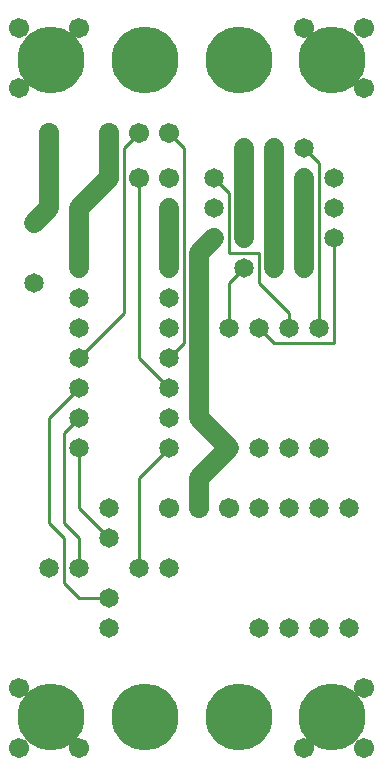
<source format=gtl>
%MOIN*%
%FSLAX25Y25*%
G04 D10 used for Character Trace; *
G04     Circle (OD=.01000) (No hole)*
G04 D11 used for Power Trace; *
G04     Circle (OD=.06700) (No hole)*
G04 D12 used for Signal Trace; *
G04     Circle (OD=.01100) (No hole)*
G04 D13 used for Via; *
G04     Circle (OD=.05800) (Round. Hole ID=.02800)*
G04 D14 used for Component hole; *
G04     Circle (OD=.06500) (Round. Hole ID=.03500)*
G04 D15 used for Component hole; *
G04     Circle (OD=.06700) (Round. Hole ID=.04300)*
G04 D16 used for Component hole; *
G04     Circle (OD=.08100) (Round. Hole ID=.05100)*
G04 D17 used for Component hole; *
G04     Circle (OD=.08900) (Round. Hole ID=.05900)*
G04 D18 used for Component hole; *
G04     Circle (OD=.11300) (Round. Hole ID=.08300)*
G04 D19 used for Component hole; *
G04     Circle (OD=.16000) (Round. Hole ID=.13000)*
G04 D20 used for Component hole; *
G04     Circle (OD=.18300) (Round. Hole ID=.15300)*
G04 D21 used for Component hole; *
G04     Circle (OD=.22291) (Round. Hole ID=.19291)*
%ADD10C,.01000*%
%ADD11C,.06700*%
%ADD12C,.01100*%
%ADD13C,.05800*%
%ADD14C,.06500*%
%ADD15C,.06700*%
%ADD16C,.08100*%
%ADD17C,.08900*%
%ADD18C,.11300*%
%ADD19C,.16000*%
%ADD20C,.18300*%
%ADD21C,.22291*%
%IPPOS*%
%LPD*%
G90*X0Y0D02*D15*X5000Y5000D03*D21*X15625Y15625D03*
D15*X5000Y25000D03*X25000Y5000D03*D14*            
X35000Y45000D03*D21*X46875Y15625D03*D14*          
X35000Y55000D03*D12*X25000D01*X20000Y60000D01*    
Y75000D01*X15000Y80000D01*Y115000D01*             
X25000Y125000D01*D14*D03*Y135000D03*D12*          
X40000Y150000D01*Y205000D01*X45000Y210000D01*D15* 
D03*X55000D03*D12*X60000Y205000D01*Y140000D01*    
X55000Y135000D01*D14*D03*Y145000D03*D12*          
Y125000D02*X45000Y135000D01*D14*X55000Y125000D03* 
D11*X75000Y105000D02*X65000Y115000D01*D14*        
X75000Y105000D03*D11*X65000Y95000D01*Y85000D01*   
D15*D03*X75000D03*X55000D03*D14*X85000Y105000D03* 
X45000Y65000D03*D12*Y95000D01*X55000Y105000D01*   
D14*D03*D11*X65000Y115000D02*Y170000D01*          
X70000Y175000D01*D14*D03*D12*X75000Y170000D02*    
X85000D01*Y160000D01*X95000Y150000D01*Y145000D01* 
D14*D03*D12*X90000Y140000D02*X110000D01*          
Y175000D01*D14*D03*X100000Y165000D03*D11*         
Y175000D01*D13*D03*D11*Y195000D01*D13*D03*D12*    
X105000Y145000D02*Y200000D01*D14*Y145000D03*D12*  
X90000Y140000D02*X85000Y145000D01*D14*D03*        
X75000D03*D12*Y160000D01*X80000Y165000D01*D14*D03*
D12*X75000Y170000D02*Y190000D01*X70000Y195000D01* 
D14*D03*X80000Y205000D03*D11*Y195000D01*D13*D03*  
D11*Y175000D01*D13*D03*D14*X90000Y165000D03*D11*  
Y185000D01*D13*D03*D11*Y205000D01*D14*D03*        
X100000D03*D12*X105000Y200000D01*D14*             
X110000Y195000D03*Y185000D03*D15*                 
X120000Y225000D03*D21*X109375Y234375D03*D14*      
X70000Y185000D03*D21*X78125Y234375D03*D15*        
X120000Y245000D03*X100000D03*X55000Y195000D03*D13*
Y185000D03*D11*Y165000D01*D14*D03*Y155000D03*D11* 
X25000Y165000D02*Y185000D01*D14*Y165000D03*       
Y155000D03*X10000Y180000D03*D11*X15000Y185000D01* 
Y195000D01*D15*D03*D11*Y210000D01*D15*D03*        
X5000Y225000D03*X35000Y195000D03*D11*             
X25000Y185000D01*X35000Y195000D02*Y210000D01*D15* 
D03*X45000Y195000D03*D12*Y135000D01*D14*          
X25000Y115000D03*D12*X20000Y110000D01*Y80000D01*  
X25000Y75000D01*Y65000D01*D14*D03*X35000Y75000D03*
D12*X25000Y85000D01*Y105000D01*D14*D03*           
X35000Y85000D03*X55000Y115000D03*X15000Y65000D03* 
X25000Y145000D03*X55000Y65000D03*X10000Y160000D03*
X85000Y45000D03*Y85000D03*X95000Y45000D03*        
Y85000D03*Y105000D03*X105000Y45000D03*Y85000D03*  
Y105000D03*X115000Y45000D03*Y85000D03*D21*        
X78125Y15625D03*X109375D03*D15*X120000Y25000D03*  
X100000Y5000D03*X120000D03*D21*X46875Y234375D03*  
X15625D03*D15*X25000Y245000D03*X5000D03*M02*      

</source>
